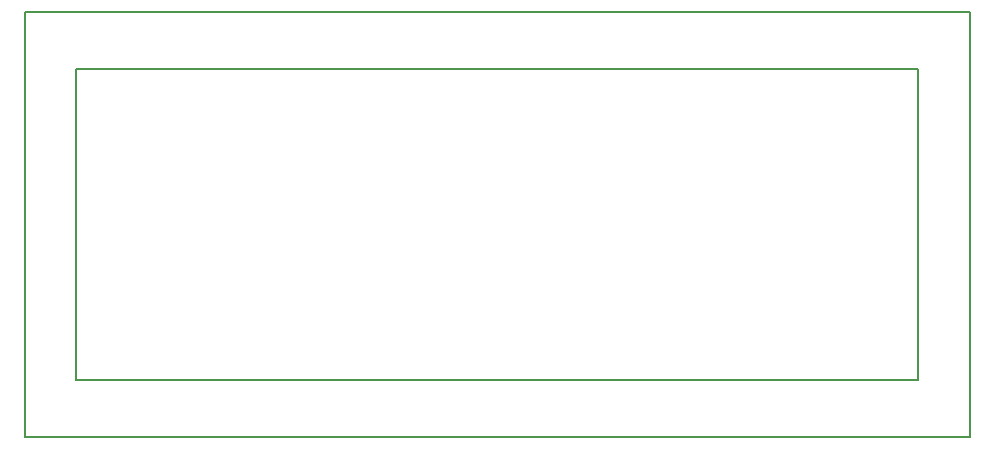
<source format=gbr>
G04 EAGLE Gerber X2 export*
%TF.Part,Single*%
%TF.FileFunction,Legend,Bot,1*%
%TF.FilePolarity,Positive*%
%TF.GenerationSoftware,Autodesk,EAGLE,8.6.1*%
%TF.CreationDate,2018-02-27T16:58:27Z*%
G75*
%MOMM*%
%FSLAX34Y34*%
%LPD*%
%AMOC8*
5,1,8,0,0,1.08239X$1,22.5*%
G01*
%ADD10C,0.203200*%


D10*
X799600Y460500D02*
X-400Y460500D01*
X-400Y100500D01*
X799600Y100500D01*
X799600Y460500D01*
X756100Y412000D02*
X43100Y412000D01*
X43100Y149000D01*
X756100Y149000D01*
X756100Y412000D01*
M02*

</source>
